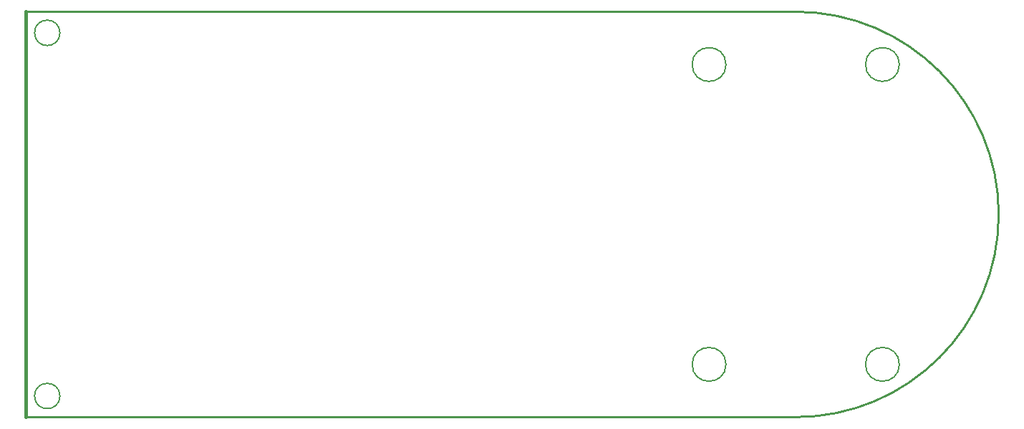
<source format=gko>
G04 Layer: BoardOutlineLayer*
G04 EasyEDA v6.5.22, 2023-01-26 14:10:14*
G04 b877e135513245ca8f96004f63138494,c6a1bf633b9a4ba285e4988a7d74c357,10*
G04 Gerber Generator version 0.2*
G04 Scale: 100 percent, Rotated: No, Reflected: No *
G04 Dimensions in millimeters *
G04 leading zeros omitted , absolute positions ,4 integer and 5 decimal *
%FSLAX45Y45*%
%MOMM*%

%ADD10C,0.2540*%
%ADD11C,0.4000*%
%ADD12C,0.2000*%
D10*
X9099984Y4799992D02*
G01*
X0Y4799990D01*
D11*
X0Y0D02*
G01*
X0Y4799992D01*
D10*
X0Y0D02*
G01*
X9108533Y0D01*
D12*
G75*
G01
X10324973Y624637D02*
G03X10324973Y624637I-200000J0D01*
G75*
G01
X8274990Y624637D02*
G03X8274990Y624637I-200000J0D01*
G75*
G01
X8274990Y4175354D02*
G03X8274990Y4175354I-200000J0D01*
G75*
G01
X10324973Y4175354D02*
G03X10324973Y4175354I-200000J0D01*
G75*
G01
X399999Y4549991D02*
G03X399999Y4549991I-150000J0D01*
G75*
G01
X399999Y250000D02*
G03X399999Y250000I-150000J0D01*
D10*
G75*
G01*
X9099954Y0D02*
G03*
X9100010Y4799990I28J2399995D01*

%LPD*%
M02*

</source>
